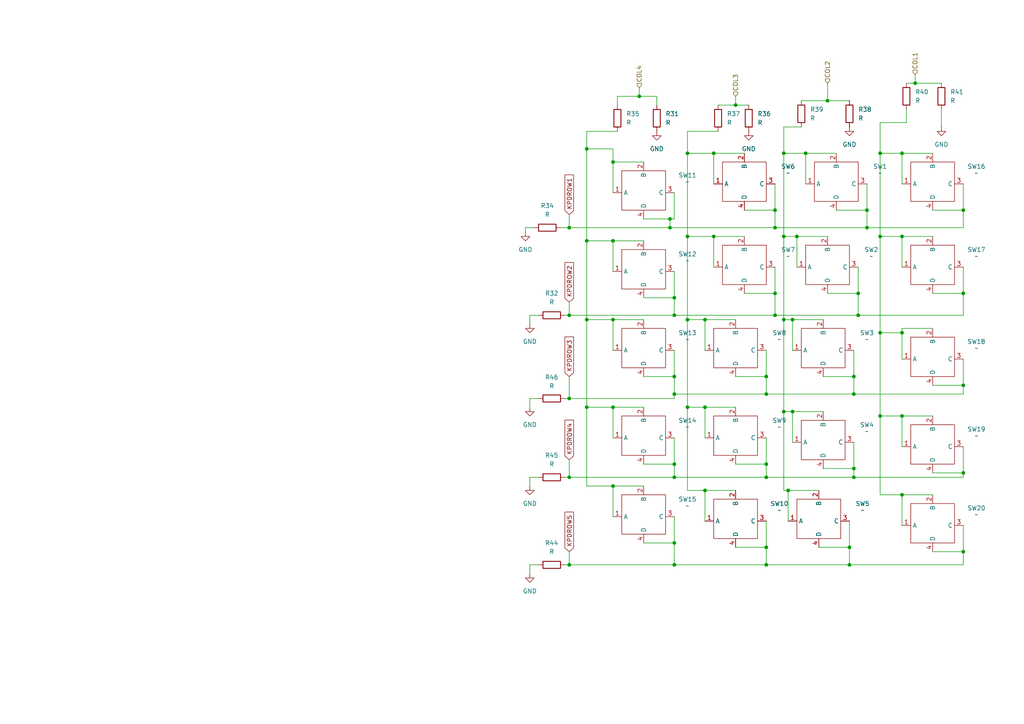
<source format=kicad_sch>
(kicad_sch (version 20231120) (generator "eeschema") (generator_version "8.0")
  (paper "A4")
  (lib_symbols
    (symbol "Device:R" (pin_numbers hide) (pin_names (offset 0))
      (property "Reference" "R" (at 2.032 0 90))
      (property "Value" "R" (at 0 0 90))
      (symbol "R_0_1"
        (rectangle (start -1.016 -2.54) (end 1.016 2.54) (stroke (width 0.254)))
      )
      (symbol "R_1_1"
        (pin passive line (at 0 3.81 270) (length 1.27) (name "~") (number "1"))
        (pin passive line (at 0 -3.81 90) (length 1.27) (name "~") (number "2"))
      )
    )
    (symbol "New_Library:Touch_button"
      (property "Reference" "SW" (at 0 0 0))
      (symbol "Touch_button_0_1"
        (rectangle (start -6.35 13.97) (end 6.35 2.54))
      )
      (symbol "Touch_button_1_1"
        (pin passive line (at -8.89 7.62 0) (length 2.54) (name "A") (number "1"))
        (pin passive line (at 0 16.51 270) (length 2.54) (name "B") (number "2"))
        (pin passive line (at 8.89 7.62 180) (length 2.54) (name "C") (number "3"))
        (pin passive line (at 0 0 90) (length 2.54) (name "D") (number "4"))
      )
    )
    (symbol "power:GND" (power) (pin_numbers hide) (pin_names (offset 0) hide)
      (property "Value" "GND" (at 0 -3.81 0))
      (symbol "GND_0_1"
        (polyline (pts (xy 0 0) (xy 0 -1.27) (xy 1.27 -1.27) (xy 0 -2.54) (xy -1.27 -1.27) (xy 0 -1.27)))
      )
      (symbol "GND_1_1"
        (pin power_in line (at 0 0 270) (length 0) (name "~") (number "1"))
      )
    )
  )
  (junction (at 227.33 68.58))
  (junction (at 204.47 92.71))
  (junction (at 199.39 92.71))
  (junction (at 255.27 68.58))
  (junction (at 199.39 68.58))
  (junction (at 261.62 120.65))
  (junction (at 247.65 135.89))
  (junction (at 224.79 91.44))
  (junction (at 279.4 137.16))
  (junction (at 247.65 114.3))
  (junction (at 255.27 120.65))
  (junction (at 170.18 43.18))
  (junction (at 195.58 157.48))
  (junction (at 261.62 143.51))
  (junction (at 224.79 85.09))
  (junction (at 246.38 163.83))
  (junction (at 213.36 30.48))
  (junction (at 255.27 44.45))
  (junction (at 222.25 114.3))
  (junction (at 248.92 91.44))
  (junction (at 185.42 27.94))
  (junction (at 165.1 115.57))
  (junction (at 195.58 91.44))
  (junction (at 261.62 68.58))
  (junction (at 229.87 119.38))
  (junction (at 261.62 96.52))
  (junction (at 222.25 134.62))
  (junction (at 207.01 44.45))
  (junction (at 279.4 85.09))
  (junction (at 251.46 66.04))
  (junction (at 224.79 66.04))
  (junction (at 251.46 60.96))
  (junction (at 222.25 138.43))
  (junction (at 279.4 111.76))
  (junction (at 227.33 92.71))
  (junction (at 228.6 142.24))
  (junction (at 246.38 158.75))
  (junction (at 227.33 44.45))
  (junction (at 195.58 163.83))
  (junction (at 279.4 160.02))
  (junction (at 170.18 118.11))
  (junction (at 240.03 29.21))
  (junction (at 177.8 140.97))
  (junction (at 170.18 69.85))
  (junction (at 165.1 91.44))
  (junction (at 170.18 92.71))
  (junction (at 247.65 138.43))
  (junction (at 195.58 86.36))
  (junction (at 195.58 114.3))
  (junction (at 194.31 63.5))
  (junction (at 222.25 158.75))
  (junction (at 279.4 60.96))
  (junction (at 261.62 44.45))
  (junction (at 165.1 138.43))
  (junction (at 195.58 138.43))
  (junction (at 194.31 66.04))
  (junction (at 177.8 46.99))
  (junction (at 165.1 163.83))
  (junction (at 265.43 24.13))
  (junction (at 195.58 109.22))
  (junction (at 247.65 109.22))
  (junction (at 204.47 118.11))
  (junction (at 204.47 142.24))
  (junction (at 222.25 109.22))
  (junction (at 231.14 68.58))
  (junction (at 224.79 60.96))
  (junction (at 199.39 44.45))
  (junction (at 229.87 92.71))
  (junction (at 233.68 44.45))
  (junction (at 199.39 118.11))
  (junction (at 207.01 68.58))
  (junction (at 255.27 96.52))
  (junction (at 248.92 85.09))
  (junction (at 177.8 118.11))
  (junction (at 177.8 92.71))
  (junction (at 222.25 163.83))
  (junction (at 165.1 66.04))
  (junction (at 227.33 119.38))
  (junction (at 195.58 134.62))
  (junction (at 177.8 69.85))
  (wire (pts (xy 179.07 38.1) (xy 170.18 38.1)))
  (wire (pts (xy 195.58 86.36) (xy 186.69 86.36)))
  (wire (pts (xy 270.51 60.96) (xy 279.4 60.96)))
  (wire (pts (xy 224.79 85.09) (xy 215.9 85.09)))
  (wire (pts (xy 279.4 91.44) (xy 279.4 85.09)))
  (wire (pts (xy 213.36 158.75) (xy 222.25 158.75)))
  (wire (pts (xy 185.42 27.94) (xy 190.5 27.94)))
  (wire (pts (xy 177.8 92.71) (xy 177.8 101.6)))
  (wire (pts (xy 227.33 68.58) (xy 227.33 92.71)))
  (wire (pts (xy 179.07 30.48) (xy 179.07 27.94)))
  (wire (pts (xy 153.67 115.57) (xy 156.21 115.57)))
  (wire (pts (xy 204.47 142.24) (xy 199.39 142.24)))
  (wire (pts (xy 195.58 115.57) (xy 195.58 114.3)))
  (wire (pts (xy 177.8 140.97) (xy 177.8 149.86)))
  (wire (pts (xy 265.43 21.59) (xy 265.43 24.13)))
  (wire (pts (xy 165.1 66.04) (xy 194.31 66.04)))
  (wire (pts (xy 165.1 87.63) (xy 165.1 91.44)))
  (wire (pts (xy 165.1 160.02) (xy 165.1 163.83)))
  (wire (pts (xy 165.1 115.57) (xy 195.58 115.57)))
  (wire (pts (xy 279.4 114.3) (xy 279.4 111.76)))
  (wire (pts (xy 170.18 38.1) (xy 170.18 43.18)))
  (wire (pts (xy 153.67 138.43) (xy 153.67 140.97)))
  (wire (pts (xy 279.4 85.09) (xy 279.4 77.47)))
  (wire (pts (xy 227.33 68.58) (xy 231.14 68.58)))
  (wire (pts (xy 247.65 138.43) (xy 279.4 138.43)))
  (wire (pts (xy 195.58 127) (xy 195.58 134.62)))
  (wire (pts (xy 227.33 119.38) (xy 227.33 142.24)))
  (wire (pts (xy 279.4 53.34) (xy 279.4 60.96)))
  (wire (pts (xy 255.27 68.58) (xy 261.62 68.58)))
  (wire (pts (xy 227.33 92.71) (xy 229.87 92.71)))
  (wire (pts (xy 227.33 119.38) (xy 229.87 119.38)))
  (wire (pts (xy 279.4 60.96) (xy 279.4 66.04)))
  (wire (pts (xy 213.36 92.71) (xy 204.47 92.71)))
  (wire (pts (xy 242.57 44.45) (xy 233.68 44.45)))
  (wire (pts (xy 199.39 44.45) (xy 199.39 38.1)))
  (wire (pts (xy 246.38 151.13) (xy 246.38 158.75)))
  (wire (pts (xy 261.62 95.25) (xy 261.62 96.52)))
  (wire (pts (xy 270.51 85.09) (xy 279.4 85.09)))
  (wire (pts (xy 190.5 27.94) (xy 190.5 30.48)))
  (wire (pts (xy 247.65 109.22) (xy 247.65 114.3)))
  (wire (pts (xy 153.67 163.83) (xy 153.67 166.37)))
  (wire (pts (xy 195.58 157.48) (xy 186.69 157.48)))
  (wire (pts (xy 170.18 69.85) (xy 170.18 92.71)))
  (wire (pts (xy 240.03 85.09) (xy 248.92 85.09)))
  (wire (pts (xy 279.4 152.4) (xy 279.4 160.02)))
  (wire (pts (xy 222.25 109.22) (xy 213.36 109.22)))
  (wire (pts (xy 170.18 118.11) (xy 177.8 118.11)))
  (wire (pts (xy 195.58 157.48) (xy 195.58 163.83)))
  (wire (pts (xy 232.41 29.21) (xy 240.03 29.21)))
  (wire (pts (xy 177.8 69.85) (xy 186.69 69.85)))
  (wire (pts (xy 170.18 118.11) (xy 170.18 140.97)))
  (wire (pts (xy 165.1 163.83) (xy 195.58 163.83)))
  (wire (pts (xy 246.38 158.75) (xy 246.38 163.83)))
  (wire (pts (xy 186.69 140.97) (xy 177.8 140.97)))
  (wire (pts (xy 261.62 44.45) (xy 261.62 53.34)))
  (wire (pts (xy 240.03 68.58) (xy 231.14 68.58)))
  (wire (pts (xy 186.69 46.99) (xy 177.8 46.99)))
  (wire (pts (xy 163.83 163.83) (xy 165.1 163.83)))
  (wire (pts (xy 153.67 91.44) (xy 156.21 91.44)))
  (wire (pts (xy 248.92 77.47) (xy 248.92 85.09)))
  (wire (pts (xy 247.65 135.89) (xy 247.65 138.43)))
  (wire (pts (xy 227.33 92.71) (xy 227.33 119.38)))
  (wire (pts (xy 228.6 142.24) (xy 228.6 151.13)))
  (wire (pts (xy 208.28 30.48) (xy 213.36 30.48)))
  (wire (pts (xy 224.79 77.47) (xy 224.79 85.09)))
  (wire (pts (xy 270.51 44.45) (xy 261.62 44.45)))
  (wire (pts (xy 177.8 78.74) (xy 177.8 69.85)))
  (wire (pts (xy 195.58 114.3) (xy 222.25 114.3)))
  (wire (pts (xy 207.01 68.58) (xy 207.01 77.47)))
  (wire (pts (xy 222.25 134.62) (xy 213.36 134.62)))
  (wire (pts (xy 224.79 53.34) (xy 224.79 60.96)))
  (wire (pts (xy 279.4 160.02) (xy 279.4 163.83)))
  (wire (pts (xy 199.39 142.24) (xy 199.39 118.11)))
  (wire (pts (xy 247.65 109.22) (xy 238.76 109.22)))
  (wire (pts (xy 222.25 138.43) (xy 247.65 138.43)))
  (wire (pts (xy 251.46 53.34) (xy 251.46 60.96)))
  (wire (pts (xy 170.18 140.97) (xy 177.8 140.97)))
  (wire (pts (xy 273.05 31.75) (xy 273.05 36.83)))
  (wire (pts (xy 261.62 68.58) (xy 261.62 77.47)))
  (wire (pts (xy 229.87 92.71) (xy 229.87 101.6)))
  (wire (pts (xy 270.51 68.58) (xy 261.62 68.58)))
  (wire (pts (xy 238.76 92.71) (xy 229.87 92.71)))
  (wire (pts (xy 270.51 95.25) (xy 261.62 95.25)))
  (wire (pts (xy 199.39 92.71) (xy 204.47 92.71)))
  (wire (pts (xy 199.39 68.58) (xy 199.39 44.45)))
  (wire (pts (xy 213.36 27.94) (xy 213.36 30.48)))
  (wire (pts (xy 194.31 66.04) (xy 194.31 63.5)))
  (wire (pts (xy 248.92 91.44) (xy 248.92 85.09)))
  (wire (pts (xy 186.69 118.11) (xy 177.8 118.11)))
  (wire (pts (xy 195.58 101.6) (xy 195.58 109.22)))
  (wire (pts (xy 248.92 91.44) (xy 279.4 91.44)))
  (wire (pts (xy 251.46 60.96) (xy 251.46 66.04)))
  (wire (pts (xy 152.4 66.04) (xy 154.94 66.04)))
  (wire (pts (xy 195.58 149.86) (xy 195.58 157.48)))
  (wire (pts (xy 152.4 67.31) (xy 152.4 66.04)))
  (wire (pts (xy 162.56 66.04) (xy 165.1 66.04)))
  (wire (pts (xy 265.43 24.13) (xy 273.05 24.13)))
  (wire (pts (xy 163.83 91.44) (xy 165.1 91.44)))
  (wire (pts (xy 165.1 109.22) (xy 165.1 115.57)))
  (wire (pts (xy 204.47 142.24) (xy 204.47 151.13)))
  (wire (pts (xy 170.18 43.18) (xy 177.8 43.18)))
  (wire (pts (xy 261.62 152.4) (xy 261.62 143.51)))
  (wire (pts (xy 204.47 118.11) (xy 204.47 127)))
  (wire (pts (xy 262.89 24.13) (xy 265.43 24.13)))
  (wire (pts (xy 279.4 129.54) (xy 279.4 137.16)))
  (wire (pts (xy 195.58 134.62) (xy 186.69 134.62)))
  (wire (pts (xy 186.69 63.5) (xy 194.31 63.5)))
  (wire (pts (xy 262.89 31.75) (xy 262.89 35.56)))
  (wire (pts (xy 179.07 27.94) (xy 185.42 27.94)))
  (wire (pts (xy 170.18 43.18) (xy 170.18 69.85)))
  (wire (pts (xy 204.47 92.71) (xy 204.47 101.6)))
  (wire (pts (xy 222.25 158.75) (xy 222.25 163.83)))
  (wire (pts (xy 177.8 118.11) (xy 177.8 127)))
  (wire (pts (xy 199.39 38.1) (xy 208.28 38.1)))
  (wire (pts (xy 177.8 43.18) (xy 177.8 46.99)))
  (wire (pts (xy 224.79 91.44) (xy 248.92 91.44)))
  (wire (pts (xy 222.25 151.13) (xy 222.25 158.75)))
  (wire (pts (xy 279.4 160.02) (xy 270.51 160.02)))
  (wire (pts (xy 195.58 78.74) (xy 195.58 86.36)))
  (wire (pts (xy 213.36 30.48) (xy 217.17 30.48)))
  (wire (pts (xy 227.33 44.45) (xy 233.68 44.45)))
  (wire (pts (xy 153.67 163.83) (xy 156.21 163.83)))
  (wire (pts (xy 224.79 60.96) (xy 215.9 60.96)))
  (wire (pts (xy 213.36 142.24) (xy 204.47 142.24)))
  (wire (pts (xy 194.31 66.04) (xy 224.79 66.04)))
  (wire (pts (xy 247.65 135.89) (xy 238.76 135.89)))
  (wire (pts (xy 262.89 35.56) (xy 255.27 35.56)))
  (wire (pts (xy 222.25 134.62) (xy 222.25 138.43)))
  (wire (pts (xy 207.01 44.45) (xy 207.01 53.34)))
  (wire (pts (xy 255.27 35.56) (xy 255.27 44.45)))
  (wire (pts (xy 195.58 55.88) (xy 195.58 63.5)))
  (wire (pts (xy 177.8 46.99) (xy 177.8 55.88)))
  (wire (pts (xy 199.39 118.11) (xy 199.39 92.71)))
  (wire (pts (xy 246.38 158.75) (xy 237.49 158.75)))
  (wire (pts (xy 247.65 114.3) (xy 279.4 114.3)))
  (wire (pts (xy 222.25 163.83) (xy 246.38 163.83)))
  (wire (pts (xy 199.39 68.58) (xy 207.01 68.58)))
  (wire (pts (xy 251.46 66.04) (xy 279.4 66.04)))
  (wire (pts (xy 224.79 60.96) (xy 224.79 66.04)))
  (wire (pts (xy 227.33 142.24) (xy 228.6 142.24)))
  (wire (pts (xy 170.18 69.85) (xy 177.8 69.85)))
  (wire (pts (xy 185.42 25.4) (xy 185.42 27.94)))
  (wire (pts (xy 186.69 92.71) (xy 177.8 92.71)))
  (wire (pts (xy 279.4 104.14) (xy 279.4 111.76)))
  (wire (pts (xy 238.76 119.38) (xy 229.87 119.38)))
  (wire (pts (xy 195.58 134.62) (xy 195.58 138.43)))
  (wire (pts (xy 222.25 114.3) (xy 222.25 109.22)))
  (wire (pts (xy 261.62 96.52) (xy 261.62 104.14)))
  (wire (pts (xy 195.58 138.43) (xy 222.25 138.43)))
  (wire (pts (xy 251.46 60.96) (xy 242.57 60.96)))
  (wire (pts (xy 195.58 163.83) (xy 222.25 163.83)))
  (wire (pts (xy 170.18 92.71) (xy 177.8 92.71)))
  (wire (pts (xy 255.27 44.45) (xy 261.62 44.45)))
  (wire (pts (xy 227.33 44.45) (xy 227.33 68.58)))
  (wire (pts (xy 261.62 143.51) (xy 270.51 143.51)))
  (wire (pts (xy 153.67 91.44) (xy 153.67 93.98)))
  (wire (pts (xy 165.1 138.43) (xy 195.58 138.43)))
  (wire (pts (xy 215.9 44.45) (xy 207.01 44.45)))
  (wire (pts (xy 233.68 44.45) (xy 233.68 53.34)))
  (wire (pts (xy 195.58 109.22) (xy 195.58 114.3)))
  (wire (pts (xy 170.18 92.71) (xy 170.18 118.11)))
  (wire (pts (xy 224.79 85.09) (xy 224.79 91.44)))
  (wire (pts (xy 279.4 111.76) (xy 270.51 111.76)))
  (wire (pts (xy 229.87 119.38) (xy 229.87 128.27)))
  (wire (pts (xy 195.58 86.36) (xy 195.58 91.44)))
  (wire (pts (xy 227.33 36.83) (xy 227.33 44.45)))
  (wire (pts (xy 199.39 118.11) (xy 204.47 118.11)))
  (wire (pts (xy 279.4 138.43) (xy 279.4 137.16)))
  (wire (pts (xy 194.31 63.5) (xy 195.58 63.5)))
  (wire (pts (xy 153.67 115.57) (xy 153.67 118.11)))
  (wire (pts (xy 255.27 120.65) (xy 261.62 120.65)))
  (wire (pts (xy 255.27 120.65) (xy 255.27 143.51)))
  (wire (pts (xy 240.03 29.21) (xy 240.03 24.13)))
  (wire (pts (xy 222.25 101.6) (xy 222.25 109.22)))
  (wire (pts (xy 247.65 101.6) (xy 247.65 109.22)))
  (wire (pts (xy 227.33 36.83) (xy 232.41 36.83)))
  (wire (pts (xy 255.27 96.52) (xy 261.62 96.52)))
  (wire (pts (xy 163.83 115.57) (xy 165.1 115.57)))
  (wire (pts (xy 240.03 29.21) (xy 246.38 29.21)))
  (wire (pts (xy 246.38 163.83) (xy 279.4 163.83)))
  (wire (pts (xy 237.49 142.24) (xy 228.6 142.24)))
  (wire (pts (xy 255.27 44.45) (xy 255.27 68.58)))
  (wire (pts (xy 195.58 91.44) (xy 224.79 91.44)))
  (wire (pts (xy 279.4 137.16) (xy 270.51 137.16)))
  (wire (pts (xy 163.83 138.43) (xy 165.1 138.43)))
  (wire (pts (xy 199.39 92.71) (xy 199.39 68.58)))
  (wire (pts (xy 247.65 128.27) (xy 247.65 135.89)))
  (wire (pts (xy 224.79 66.04) (xy 251.46 66.04)))
  (wire (pts (xy 261.62 143.51) (xy 255.27 143.51)))
  (wire (pts (xy 165.1 133.35) (xy 165.1 138.43)))
  (wire (pts (xy 261.62 129.54) (xy 261.62 120.65)))
  (wire (pts (xy 261.62 120.65) (xy 270.51 120.65)))
  (wire (pts (xy 255.27 68.58) (xy 255.27 96.52)))
  (wire (pts (xy 199.39 44.45) (xy 207.01 44.45)))
  (wire (pts (xy 195.58 109.22) (xy 186.69 109.22)))
  (wire (pts (xy 153.67 138.43) (xy 156.21 138.43)))
  (wire (pts (xy 213.36 118.11) (xy 204.47 118.11)))
  (wire (pts (xy 255.27 96.52) (xy 255.27 120.65)))
  (wire (pts (xy 215.9 68.58) (xy 207.01 68.58)))
  (wire (pts (xy 222.25 114.3) (xy 247.65 114.3)))
  (wire (pts (xy 231.14 68.58) (xy 231.14 77.47)))
  (wire (pts (xy 165.1 91.44) (xy 195.58 91.44)))
  (wire (pts (xy 222.25 127) (xy 222.25 134.62)))
  (wire (pts (xy 165.1 62.23) (xy 165.1 66.04)))
  (global_label "KPDROW2" (shape input) (at 165.1 87.63 90) (property "Intersheetrefs" "${INTERSHEET_REFS}" (effects (hide yes))))
  (global_label "KPDROW3" (shape input) (at 165.1 109.22 90) (property "Intersheetrefs" "${INTERSHEET_REFS}" (effects (hide yes))))
  (global_label "KPDROW5" (shape input) (at 165.1 160.02 90) (property "Intersheetrefs" "${INTERSHEET_REFS}" (effects (hide yes))))
  (global_label "KPDROW4" (shape input) (at 165.1 133.35 90) (property "Intersheetrefs" "${INTERSHEET_REFS}" (effects (hide yes))))
  (global_label "KPDROW1" (shape input) (at 165.1 62.23 90) (property "Intersheetrefs" "${INTERSHEET_REFS}" (effects (hide yes))))
  (hierarchical_label "COL3" (shape input) (at 213.36 27.94 90))
  (hierarchical_label "COL4" (shape input) (at 185.42 25.4 90))
  (hierarchical_label "COL2" (shape input) (at 240.03 24.13 90))
  (hierarchical_label "COL1" (shape input) (at 265.43 21.59 90))
  (symbol (lib_id "Device:R") (at 262.89 27.94 0) (unit 1)
    (property "Reference" "R40" (at 265.43 26.6699 0) (effects (justify left)))
    (property "Value" "R" (at 265.43 29.2099 0) (effects (justify left)))
    (property "Footprint" "Resistor_SMD:R_0603_1608Metric_Pad0.98x0.95mm_HandSolder" (effects (hide yes)))
    (property "Description" "Resistor" (effects (hide yes)))
  )
  (symbol (lib_id "New_Library:Touch_button") (at 213.36 109.22 0) (unit 1)
    (property "Reference" "SW8" (at 226.06 96.5514 0))
    (property "Value" "~" (at 226.06 98.4565 0))
    (property "Footprint" "Library:Touch_button" (effects (hide yes)))
  )
  (symbol (lib_id "New_Library:Touch_button") (at 186.69 157.48 0) (unit 1)
    (property "Reference" "SW15" (at 199.39 144.8114 0))
    (property "Value" "~" (at 199.39 146.7165 0))
    (property "Footprint" "Library:Touch_button" (effects (hide yes)))
  )
  (symbol (lib_id "New_Library:Touch_button") (at 186.69 134.62 0) (unit 1)
    (property "Reference" "SW14" (at 199.39 121.9514 0))
    (property "Value" "~" (at 199.39 123.8565 0))
    (property "Footprint" "Library:Touch_button" (effects (hide yes)))
  )
  (symbol (lib_id "power:GND") (at 153.67 93.98 0) (unit 1)
    (property "Reference" "#PWR024" (effects (hide yes)))
    (property "Value" "GND" (at 153.67 99.06 0))
    (property "Description" "Power symbol creates a global label with name \"GND\" , ground" (effects (hide yes)))
  )
  (symbol (lib_id "New_Library:Touch_button") (at 270.51 60.96 0) (unit 1)
    (property "Reference" "SW16" (at 283.21 48.2914 0))
    (property "Value" "~" (at 283.21 50.1965 0))
    (property "Footprint" "Library:Touch_button_small" (effects (hide yes)))
  )
  (symbol (lib_id "New_Library:Touch_button") (at 270.51 111.76 0) (unit 1)
    (property "Reference" "SW18" (at 283.21 99.0914 0))
    (property "Value" "~" (at 283.21 100.9965 0))
    (property "Footprint" "Library:Touch_button_small" (effects (hide yes)))
  )
  (symbol (lib_id "Device:R") (at 217.17 34.29 0) (unit 1)
    (property "Reference" "R36" (at 219.71 33.0199 0) (effects (justify left)))
    (property "Value" "R" (at 219.71 35.5599 0) (effects (justify left)))
    (property "Footprint" "Resistor_SMD:R_0603_1608Metric_Pad0.98x0.95mm_HandSolder" (effects (hide yes)))
    (property "Description" "Resistor" (effects (hide yes)))
  )
  (symbol (lib_id "power:GND") (at 217.17 38.1 0) (unit 1)
    (property "Reference" "#PWR028" (effects (hide yes)))
    (property "Value" "GND" (at 217.17 43.18 0))
    (property "Description" "Power symbol creates a global label with name \"GND\" , ground" (effects (hide yes)))
  )
  (symbol (lib_id "Device:R") (at 160.02 115.57 90) (unit 1)
    (property "Reference" "R46" (at 160.02 109.4385 90))
    (property "Value" "R" (at 160.02 111.9785 90))
    (property "Footprint" "Resistor_SMD:R_0603_1608Metric_Pad0.98x0.95mm_HandSolder" (effects (hide yes)))
    (property "Description" "Resistor" (effects (hide yes)))
  )
  (symbol (lib_id "Device:R") (at 160.02 91.44 90) (unit 1)
    (property "Reference" "R32" (at 160.02 85.09 90))
    (property "Value" "R" (at 160.02 87.63 90))
    (property "Footprint" "Resistor_SMD:R_0603_1608Metric_Pad0.98x0.95mm_HandSolder" (effects (hide yes)))
    (property "Description" "Resistor" (effects (hide yes)))
  )
  (symbol (lib_id "New_Library:Touch_button") (at 240.03 85.09 0) (unit 1)
    (property "Reference" "SW2" (at 252.73 72.4214 0))
    (property "Value" "~" (at 252.73 74.3265 0))
    (property "Footprint" "Library:Touch_button" (effects (hide yes)))
  )
  (symbol (lib_id "Device:R") (at 160.02 138.43 90) (unit 1)
    (property "Reference" "R45" (at 160.02 132.08 90))
    (property "Value" "R" (at 160.02 134.62 90))
    (property "Footprint" "Resistor_SMD:R_0603_1608Metric_Pad0.98x0.95mm_HandSolder" (effects (hide yes)))
    (property "Description" "Resistor" (effects (hide yes)))
  )
  (symbol (lib_id "New_Library:Touch_button") (at 215.9 60.96 0) (unit 1)
    (property "Reference" "SW6" (at 228.6 48.2914 0))
    (property "Value" "~" (at 228.6 50.1965 0))
    (property "Footprint" "Library:Touch_button" (effects (hide yes)))
  )
  (symbol (lib_id "Device:R") (at 190.5 34.29 0) (unit 1)
    (property "Reference" "R31" (at 193.04 33.0199 0) (effects (justify left)))
    (property "Value" "R" (at 193.04 35.5599 0) (effects (justify left)))
    (property "Footprint" "Resistor_SMD:R_0603_1608Metric_Pad0.98x0.95mm_HandSolder" (effects (hide yes)))
    (property "Description" "Resistor" (effects (hide yes)))
  )
  (symbol (lib_id "Device:R") (at 160.02 163.83 90) (unit 1)
    (property "Reference" "R44" (at 160.02 157.48 90))
    (property "Value" "R" (at 160.02 160.02 90))
    (property "Footprint" "Resistor_SMD:R_0603_1608Metric_Pad0.98x0.95mm_HandSolder" (effects (hide yes)))
    (property "Description" "Resistor" (effects (hide yes)))
  )
  (symbol (lib_id "New_Library:Touch_button") (at 237.49 158.75 0) (unit 1)
    (property "Reference" "SW5" (at 250.19 146.0814 0))
    (property "Value" "~" (at 250.19 147.9865 0))
    (property "Footprint" "Library:Touch_button" (effects (hide yes)))
  )
  (symbol (lib_id "New_Library:Touch_button") (at 215.9 85.09 0) (unit 1)
    (property "Reference" "SW7" (at 228.6 72.4214 0))
    (property "Value" "~" (at 228.6 74.3265 0))
    (property "Footprint" "Library:Touch_button" (effects (hide yes)))
  )
  (symbol (lib_id "New_Library:Touch_button") (at 213.36 134.62 0) (unit 1)
    (property "Reference" "SW9" (at 226.06 121.9514 0))
    (property "Value" "~" (at 226.06 123.8565 0))
    (property "Footprint" "Library:Touch_button" (effects (hide yes)))
  )
  (symbol (lib_id "New_Library:Touch_button") (at 270.51 137.16 0) (unit 1)
    (property "Reference" "SW19" (at 283.21 124.4914 0))
    (property "Value" "~" (at 283.21 126.3965 0))
    (property "Footprint" "Library:Touch_button_small" (effects (hide yes)))
  )
  (symbol (lib_id "New_Library:Touch_button") (at 213.36 158.75 0) (unit 1)
    (property "Reference" "SW10" (at 226.06 146.0814 0))
    (property "Value" "~" (at 226.06 147.9865 0))
    (property "Footprint" "Library:Touch_button" (effects (hide yes)))
  )
  (symbol (lib_id "Device:R") (at 232.41 33.02 0) (unit 1)
    (property "Reference" "R39" (at 234.95 31.7499 0) (effects (justify left)))
    (property "Value" "R" (at 234.95 34.2899 0) (effects (justify left)))
    (property "Footprint" "Resistor_SMD:R_0603_1608Metric_Pad0.98x0.95mm_HandSolder" (effects (hide yes)))
    (property "Description" "Resistor" (effects (hide yes)))
  )
  (symbol (lib_id "power:GND") (at 246.38 36.83 0) (unit 1)
    (property "Reference" "#PWR030" (effects (hide yes)))
    (property "Value" "GND" (at 246.38 41.91 0))
    (property "Description" "Power symbol creates a global label with name \"GND\" , ground" (effects (hide yes)))
  )
  (symbol (lib_id "power:GND") (at 190.5 38.1 0) (unit 1)
    (property "Reference" "#PWR029" (effects (hide yes)))
    (property "Value" "GND" (at 190.5 43.18 0))
    (property "Description" "Power symbol creates a global label with name \"GND\" , ground" (effects (hide yes)))
  )
  (symbol (lib_id "Device:R") (at 158.75 66.04 90) (unit 1)
    (property "Reference" "R34" (at 158.75 59.69 90))
    (property "Value" "R" (at 158.75 62.23 90))
    (property "Footprint" "Resistor_SMD:R_0603_1608Metric_Pad0.98x0.95mm_HandSolder" (effects (hide yes)))
    (property "Description" "Resistor" (effects (hide yes)))
  )
  (symbol (lib_id "Device:R") (at 208.28 34.29 0) (unit 1)
    (property "Reference" "R37" (at 210.82 33.0199 0) (effects (justify left)))
    (property "Value" "R" (at 210.82 35.5599 0) (effects (justify left)))
    (property "Footprint" "Resistor_SMD:R_0603_1608Metric_Pad0.98x0.95mm_HandSolder" (effects (hide yes)))
    (property "Description" "Resistor" (effects (hide yes)))
  )
  (symbol (lib_id "New_Library:Touch_button") (at 242.57 60.96 0) (unit 1)
    (property "Reference" "SW1" (at 255.27 48.2914 0))
    (property "Value" "~" (at 255.27 50.1965 0))
    (property "Footprint" "Library:Touch_button" (effects (hide yes)))
  )
  (symbol (lib_id "power:GND") (at 273.05 36.83 0) (unit 1)
    (property "Reference" "#PWR031" (effects (hide yes)))
    (property "Value" "GND" (at 273.05 41.91 0))
    (property "Description" "Power symbol creates a global label with name \"GND\" , ground" (effects (hide yes)))
  )
  (symbol (lib_id "Device:R") (at 273.05 27.94 0) (unit 1)
    (property "Reference" "R41" (at 275.59 26.6699 0) (effects (justify left)))
    (property "Value" "R" (at 275.59 29.2099 0) (effects (justify left)))
    (property "Footprint" "Resistor_SMD:R_0603_1608Metric_Pad0.98x0.95mm_HandSolder" (effects (hide yes)))
    (property "Description" "Resistor" (effects (hide yes)))
  )
  (symbol (lib_id "New_Library:Touch_button") (at 270.51 160.02 0) (unit 1)
    (property "Reference" "SW20" (at 283.21 147.3514 0))
    (property "Value" "~" (at 283.21 149.2565 0))
    (property "Footprint" "Library:Touch_button_small" (effects (hide yes)))
  )
  (symbol (lib_id "power:GND") (at 153.67 140.97 0) (unit 1)
    (property "Reference" "#PWR026" (effects (hide yes)))
    (property "Value" "GND" (at 153.67 146.05 0))
    (property "Description" "Power symbol creates a global label with name \"GND\" , ground" (effects (hide yes)))
  )
  (symbol (lib_id "New_Library:Touch_button") (at 186.69 109.22 0) (unit 1)
    (property "Reference" "SW13" (at 199.39 96.5514 0))
    (property "Value" "~" (at 199.39 98.4565 0))
    (property "Footprint" "Library:Touch_button" (effects (hide yes)))
  )
  (symbol (lib_id "New_Library:Touch_button") (at 186.69 86.36 0) (unit 1)
    (property "Reference" "SW12" (at 199.39 73.6914 0))
    (property "Value" "~" (at 199.39 75.5965 0))
    (property "Footprint" "Library:Touch_button" (effects (hide yes)))
  )
  (symbol (lib_id "power:GND") (at 153.67 166.37 0) (unit 1)
    (property "Reference" "#PWR027" (effects (hide yes)))
    (property "Value" "GND" (at 153.67 171.45 0))
    (property "Description" "Power symbol creates a global label with name \"GND\" , ground" (effects (hide yes)))
  )
  (symbol (lib_id "New_Library:Touch_button") (at 238.76 109.22 0) (unit 1)
    (property "Reference" "SW3" (at 251.46 96.5514 0))
    (property "Value" "~" (at 251.46 98.4565 0))
    (property "Footprint" "Library:Touch_button" (effects (hide yes)))
  )
  (symbol (lib_id "Device:R") (at 179.07 34.29 0) (unit 1)
    (property "Reference" "R35" (at 181.61 33.0199 0) (effects (justify left)))
    (property "Value" "R" (at 181.61 35.5599 0) (effects (justify left)))
    (property "Footprint" "Resistor_SMD:R_0603_1608Metric_Pad0.98x0.95mm_HandSolder" (effects (hide yes)))
    (property "Description" "Resistor" (effects (hide yes)))
  )
  (symbol (lib_id "New_Library:Touch_button") (at 238.76 135.89 0) (unit 1)
    (property "Reference" "SW4" (at 251.46 123.2214 0))
    (property "Value" "~" (at 251.46 125.1265 0))
    (property "Footprint" "Library:Touch_button" (effects (hide yes)))
  )
  (symbol (lib_id "Device:R") (at 246.38 33.02 0) (unit 1)
    (property "Reference" "R38" (at 248.92 31.7499 0) (effects (justify left)))
    (property "Value" "R" (at 248.92 34.2899 0) (effects (justify left)))
    (property "Footprint" "Resistor_SMD:R_0603_1608Metric_Pad0.98x0.95mm_HandSolder" (effects (hide yes)))
    (property "Description" "Resistor" (effects (hide yes)))
  )
  (symbol (lib_id "New_Library:Touch_button") (at 186.69 63.5 0) (unit 1)
    (property "Reference" "SW11" (at 199.39 50.8314 0))
    (property "Value" "~" (at 199.39 52.7365 0))
    (property "Footprint" "Library:Touch_button" (effects (hide yes)))
  )
  (symbol (lib_id "power:GND") (at 152.4 67.31 0) (unit 1)
    (property "Reference" "#PWR023" (effects (hide yes)))
    (property "Value" "GND" (at 152.4 72.39 0))
    (property "Description" "Power symbol creates a global label with name \"GND\" , ground" (effects (hide yes)))
  )
  (symbol (lib_id "New_Library:Touch_button") (at 270.51 85.09 0) (unit 1)
    (property "Reference" "SW17" (at 283.21 72.4214 0))
    (property "Value" "~" (at 283.21 74.3265 0))
    (property "Footprint" "Library:Touch_button_small" (effects (hide yes)))
  )
  (symbol (lib_id "power:GND") (at 153.67 118.11 0) (unit 1)
    (property "Reference" "#PWR025" (effects (hide yes)))
    (property "Value" "GND" (at 153.67 123.19 0))
    (property "Description" "Power symbol creates a global label with name \"GND\" , ground" (effects (hide yes)))
  )
)
</source>
